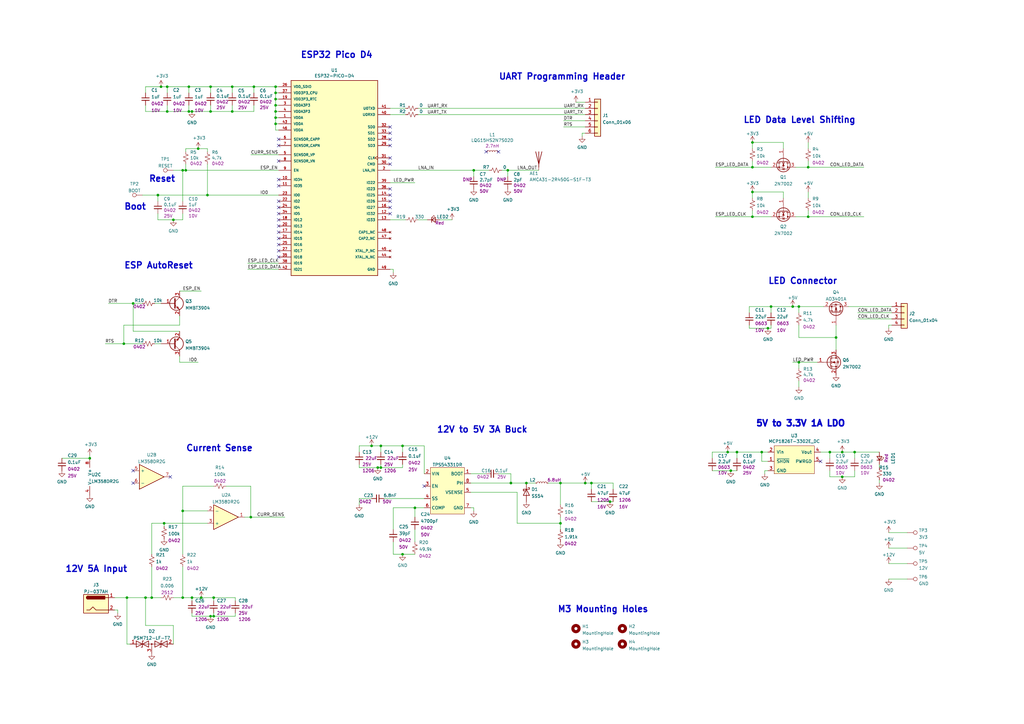
<source format=kicad_sch>
(kicad_sch (version 20211123) (generator eeschema)
  (paper "A3")
  (title_block (title "LightsAuxiliary") (rev "C") (comment 1 "Aaron Nguyen"))
  (junction (at 95.25 35.56))
  (junction (at 113.03 40.64))
  (junction (at 154.94 191.77))
  (junction (at 331.47 88.9))
  (junction (at 299.72 193.04))
  (junction (at 71.12 90.17))
  (junction (at 82.55 245.11))
  (junction (at 331.47 68.58))
  (junction (at 66.04 35.56))
  (junction (at 194.31 69.85))
  (junction (at 62.23 245.11))
  (junction (at 327.66 148.59))
  (junction (at 85.09 80.01))
  (junction (at 87.63 245.11))
  (junction (at 76.2 69.85))
  (junction (at 54.61 124.46))
  (junction (at 229.87 214.63))
  (junction (at 77.47 35.56))
  (junction (at 340.36 185.42))
  (junction (at 298.45 185.42))
  (junction (at 312.42 185.42))
  (junction (at 81.28 60.96))
  (junction (at 208.28 69.85))
  (junction (at 68.58 35.56))
  (junction (at 113.03 35.56))
  (junction (at 104.14 35.56))
  (junction (at 209.55 198.12))
  (junction (at 350.52 185.42))
  (junction (at 152.4 182.88))
  (junction (at 95.25 45.72))
  (junction (at 78.74 45.72))
  (junction (at 59.69 245.11))
  (junction (at 86.36 35.56))
  (junction (at 327.66 125.73))
  (junction (at 342.9 138.43))
  (junction (at 156.21 191.77))
  (junction (at 170.18 208.28))
  (junction (at 74.93 245.11))
  (junction (at 86.36 252.73))
  (junction (at 102.87 212.09))
  (junction (at 52.07 245.11))
  (junction (at 165.1 182.88))
  (junction (at 113.03 48.26))
  (junction (at 345.44 185.42))
  (junction (at 314.96 134.62))
  (junction (at 67.31 214.63))
  (junction (at 36.83 187.96))
  (junction (at 87.63 252.73))
  (junction (at 156.21 182.88))
  (junction (at 64.77 80.01))
  (junction (at 165.1 227.33))
  (junction (at 242.57 198.12))
  (junction (at 74.93 209.55))
  (junction (at 78.74 245.11))
  (junction (at 113.03 43.18))
  (junction (at 308.61 88.9))
  (junction (at 308.61 78.74))
  (junction (at 308.61 68.58))
  (junction (at 316.23 125.73))
  (junction (at 113.03 50.8))
  (junction (at 308.61 58.42))
  (junction (at 215.9 198.12))
  (junction (at 50.8 140.97))
  (junction (at 325.12 125.73))
  (junction (at 77.47 45.72))
  (junction (at 68.58 45.72))
  (junction (at 250.19 205.74))
  (junction (at 229.87 198.12))
  (junction (at 86.36 45.72))
  (junction (at 345.44 195.58))
  (junction (at 113.03 38.1))
  (junction (at 113.03 45.72))
  (junction (at 302.26 185.42))
  (junction (at 240.03 198.12))
  (junction (at 74.93 69.85))
  (no_connect (at 114.3 102.87))
  (no_connect (at 114.3 87.63))
  (no_connect (at 114.3 97.79))
  (no_connect (at 199.39 62.23))
  (no_connect (at 54.61 193.04))
  (no_connect (at 160.02 64.77))
  (no_connect (at 114.3 105.41))
  (no_connect (at 114.3 85.09))
  (no_connect (at 114.3 100.33))
  (no_connect (at 160.02 87.63))
  (no_connect (at 160.02 82.55))
  (no_connect (at 160.02 54.61))
  (no_connect (at 160.02 77.47))
  (no_connect (at 114.3 57.15))
  (no_connect (at 160.02 57.15))
  (no_connect (at 160.02 67.31))
  (no_connect (at 160.02 59.69))
  (no_connect (at 54.61 198.12))
  (no_connect (at 114.3 66.04))
  (no_connect (at 160.02 52.07))
  (no_connect (at 204.47 62.23))
  (no_connect (at 160.02 85.09))
  (no_connect (at 160.02 80.01))
  (no_connect (at 114.3 59.69))
  (no_connect (at 114.3 95.25))
  (no_connect (at 114.3 73.66))
  (no_connect (at 114.3 92.71))
  (no_connect (at 114.3 90.17))
  (no_connect (at 114.3 76.2))
  (no_connect (at 69.85 195.58))
  (no_connect (at 114.3 82.55))
  (no_connect (at 336.55 189.23))
  (no_connect (at 173.99 199.39))
  (wire (pts (xy 165.1 227.33) (xy 170.18 227.33)))
  (wire (pts (xy 113.03 35.56) (xy 114.3 35.56)))
  (wire (pts (xy 160.02 46.99) (xy 166.37 46.99)))
  (wire (pts (xy 316.23 125.73) (xy 325.12 125.73)))
  (wire (pts (xy 193.04 198.12) (xy 209.55 198.12)))
  (wire (pts (xy 250.19 205.74) (xy 251.46 205.74)))
  (wire (pts (xy 327.66 125.73) (xy 337.82 125.73)))
  (wire (pts (xy 160.02 110.49) (xy 161.29 110.49)))
  (wire (pts (xy 347.98 125.73) (xy 365.76 125.73)))
  (wire (pts (xy 331.47 68.58) (xy 331.47 66.04)))
  (wire (pts (xy 54.61 124.46) (xy 58.42 124.46)))
  (wire (pts (xy 307.34 134.62) (xy 314.96 134.62)))
  (wire (pts (xy 165.1 182.88) (xy 165.1 185.42)))
  (wire (pts (xy 350.52 185.42) (xy 350.52 187.96)))
  (wire (pts (xy 308.61 86.36) (xy 308.61 88.9)))
  (wire (pts (xy 156.21 182.88) (xy 156.21 185.42)))
  (wire (pts (xy 298.45 185.42) (xy 302.26 185.42)))
  (wire (pts (xy 78.74 251.46) (xy 78.74 252.73)))
  (wire (pts (xy 71.12 245.11) (xy 74.93 245.11)))
  (wire (pts (xy 113.03 43.18) (xy 113.03 45.72)))
  (wire (pts (xy 76.2 67.31) (xy 76.2 69.85)))
  (wire (pts (xy 100.33 212.09) (xy 102.87 212.09)))
  (wire (pts (xy 68.58 43.18) (xy 68.58 45.72)))
  (wire (pts (xy 316.23 128.27) (xy 316.23 125.73)))
  (wire (pts (xy 73.66 119.38) (xy 82.55 119.38)))
  (wire (pts (xy 113.03 40.64) (xy 113.03 43.18)))
  (wire (pts (xy 302.26 185.42) (xy 302.26 187.96)))
  (wire (pts (xy 308.61 58.42) (xy 321.31 58.42)))
  (wire (pts (xy 73.66 146.05) (xy 73.66 148.59)))
  (wire (pts (xy 59.69 43.18) (xy 59.69 45.72)))
  (wire (pts (xy 351.79 130.81) (xy 365.76 130.81)))
  (wire (pts (xy 170.18 208.28) (xy 161.29 208.28)))
  (wire (pts (xy 170.18 208.28) (xy 170.18 212.09)))
  (wire (pts (xy 326.39 68.58) (xy 331.47 68.58)))
  (wire (pts (xy 95.25 45.72) (xy 104.14 45.72)))
  (wire (pts (xy 293.37 88.9) (xy 308.61 88.9)))
  (wire (pts (xy 77.47 45.72) (xy 78.74 45.72)))
  (wire (pts (xy 102.87 63.5) (xy 114.3 63.5)))
  (wire (pts (xy 313.69 194.31) (xy 313.69 193.04)))
  (wire (pts (xy 95.25 43.18) (xy 95.25 45.72)))
  (wire (pts (xy 50.8 133.35) (xy 73.66 133.35)))
  (wire (pts (xy 77.47 38.1) (xy 77.47 35.56)))
  (wire (pts (xy 63.5 140.97) (xy 66.04 140.97)))
  (wire (pts (xy 308.61 78.74) (xy 308.61 81.28)))
  (wire (pts (xy 307.34 133.35) (xy 307.34 134.62)))
  (wire (pts (xy 74.93 209.55) (xy 74.93 199.39)))
  (wire (pts (xy 104.14 35.56) (xy 104.14 38.1)))
  (wire (pts (xy 212.09 201.93) (xy 193.04 201.93)))
  (wire (pts (xy 147.32 190.5) (xy 147.32 191.77)))
  (wire (pts (xy 87.63 245.11) (xy 87.63 246.38)))
  (wire (pts (xy 86.36 35.56) (xy 95.25 35.56)))
  (wire (pts (xy 59.69 45.72) (xy 68.58 45.72)))
  (wire (pts (xy 180.34 90.17) (xy 185.42 90.17)))
  (wire (pts (xy 321.31 58.42) (xy 321.31 60.96)))
  (wire (pts (xy 147.32 204.47) (xy 147.32 207.01)))
  (wire (pts (xy 58.42 80.01) (xy 64.77 80.01)))
  (wire (pts (xy 350.52 195.58) (xy 350.52 193.04)))
  (wire (pts (xy 78.74 252.73) (xy 86.36 252.73)))
  (wire (pts (xy 345.44 185.42) (xy 350.52 185.42)))
  (wire (pts (xy 104.14 35.56) (xy 113.03 35.56)))
  (wire (pts (xy 95.25 38.1) (xy 95.25 35.56)))
  (wire (pts (xy 85.09 60.96) (xy 81.28 60.96)))
  (wire (pts (xy 114.3 38.1) (xy 113.03 38.1)))
  (wire (pts (xy 74.93 209.55) (xy 85.09 209.55)))
  (wire (pts (xy 160.02 74.93) (xy 170.18 74.93)))
  (wire (pts (xy 113.03 35.56) (xy 113.03 38.1)))
  (wire (pts (xy 238.76 54.61) (xy 240.03 54.61)))
  (wire (pts (xy 113.03 38.1) (xy 113.03 40.64)))
  (wire (pts (xy 59.69 38.1) (xy 59.69 35.56)))
  (wire (pts (xy 76.2 60.96) (xy 76.2 62.23)))
  (wire (pts (xy 43.18 140.97) (xy 50.8 140.97)))
  (wire (pts (xy 327.66 138.43) (xy 342.9 138.43)))
  (wire (pts (xy 160.02 44.45) (xy 166.37 44.45)))
  (wire (pts (xy 86.36 43.18) (xy 86.36 45.72)))
  (wire (pts (xy 25.4 187.96) (xy 36.83 187.96)))
  (wire (pts (xy 229.87 214.63) (xy 212.09 214.63)))
  (wire (pts (xy 325.12 148.59) (xy 327.66 148.59)))
  (wire (pts (xy 242.57 205.74) (xy 250.19 205.74)))
  (wire (pts (xy 74.93 227.33) (xy 74.93 209.55)))
  (wire (pts (xy 160.02 69.85) (xy 194.31 69.85)))
  (wire (pts (xy 102.87 199.39) (xy 102.87 212.09)))
  (wire (pts (xy 345.44 195.58) (xy 350.52 195.58)))
  (wire (pts (xy 308.61 68.58) (xy 316.23 68.58)))
  (wire (pts (xy 360.68 191.77) (xy 360.68 190.5)))
  (wire (pts (xy 156.21 182.88) (xy 165.1 182.88)))
  (wire (pts (xy 68.58 45.72) (xy 77.47 45.72)))
  (wire (pts (xy 86.36 38.1) (xy 86.36 35.56)))
  (wire (pts (xy 327.66 151.13) (xy 327.66 148.59)))
  (wire (pts (xy 229.87 198.12) (xy 229.87 207.01)))
  (wire (pts (xy 62.23 214.63) (xy 67.31 214.63)))
  (wire (pts (xy 147.32 191.77) (xy 154.94 191.77)))
  (wire (pts (xy 81.28 60.96) (xy 76.2 60.96)))
  (wire (pts (xy 74.93 82.55) (xy 74.93 69.85)))
  (wire (pts (xy 64.77 87.63) (xy 64.77 90.17)))
  (wire (pts (xy 327.66 125.73) (xy 327.66 128.27)))
  (wire (pts (xy 326.39 88.9) (xy 331.47 88.9)))
  (wire (pts (xy 360.68 196.85) (xy 360.68 198.12)))
  (wire (pts (xy 331.47 88.9) (xy 331.47 86.36)))
  (wire (pts (xy 364.49 224.79) (xy 372.11 224.79)))
  (wire (pts (xy 114.3 40.64) (xy 113.03 40.64)))
  (wire (pts (xy 74.93 69.85) (xy 71.12 69.85)))
  (wire (pts (xy 50.8 140.97) (xy 58.42 140.97)))
  (wire (pts (xy 64.77 90.17) (xy 71.12 90.17)))
  (wire (pts (xy 299.72 193.04) (xy 302.26 193.04)))
  (wire (pts (xy 71.12 256.54) (xy 59.69 256.54)))
  (wire (pts (xy 171.45 90.17) (xy 175.26 90.17)))
  (wire (pts (xy 171.45 44.45) (xy 240.03 44.45)))
  (wire (pts (xy 165.1 190.5) (xy 165.1 191.77)))
  (wire (pts (xy 87.63 252.73) (xy 96.52 252.73)))
  (wire (pts (xy 364.49 133.35) (xy 365.76 133.35)))
  (wire (pts (xy 48.26 250.19) (xy 48.26 251.46)))
  (wire (pts (xy 52.07 245.11) (xy 52.07 264.16)))
  (wire (pts (xy 113.03 50.8) (xy 113.03 53.34)))
  (wire (pts (xy 331.47 68.58) (xy 354.33 68.58)))
  (wire (pts (xy 36.83 186.69) (xy 36.83 187.96)))
  (wire (pts (xy 113.03 48.26) (xy 113.03 50.8)))
  (wire (pts (xy 77.47 43.18) (xy 77.47 45.72)))
  (wire (pts (xy 62.23 232.41) (xy 62.23 245.11)))
  (wire (pts (xy 101.6 107.95) (xy 114.3 107.95)))
  (wire (pts (xy 63.5 124.46) (xy 66.04 124.46)))
  (wire (pts (xy 321.31 78.74) (xy 321.31 81.28)))
  (wire (pts (xy 85.09 80.01) (xy 114.3 80.01)))
  (wire (pts (xy 114.3 43.18) (xy 113.03 43.18)))
  (wire (pts (xy 327.66 148.59) (xy 335.28 148.59)))
  (wire (pts (xy 308.61 66.04) (xy 308.61 68.58)))
  (wire (pts (xy 156.21 190.5) (xy 156.21 191.77)))
  (wire (pts (xy 161.29 227.33) (xy 165.1 227.33)))
  (wire (pts (xy 67.31 214.63) (xy 85.09 214.63)))
  (wire (pts (xy 50.8 133.35) (xy 50.8 140.97)))
  (wire (pts (xy 308.61 88.9) (xy 316.23 88.9)))
  (wire (pts (xy 78.74 45.72) (xy 86.36 45.72)))
  (wire (pts (xy 68.58 35.56) (xy 77.47 35.56)))
  (wire (pts (xy 242.57 198.12) (xy 251.46 198.12)))
  (wire (pts (xy 161.29 110.49) (xy 161.29 111.76)))
  (wire (pts (xy 46.99 245.11) (xy 52.07 245.11)))
  (wire (pts (xy 231.14 52.07) (xy 240.03 52.07)))
  (wire (pts (xy 229.87 214.63) (xy 229.87 217.17)))
  (wire (pts (xy 157.48 204.47) (xy 173.99 204.47)))
  (wire (pts (xy 154.94 191.77) (xy 156.21 191.77)))
  (wire (pts (xy 74.93 90.17) (xy 74.93 87.63)))
  (wire (pts (xy 165.1 182.88) (xy 173.99 182.88)))
  (wire (pts (xy 92.71 199.39) (xy 102.87 199.39)))
  (wire (pts (xy 364.49 218.44) (xy 372.11 218.44)))
  (wire (pts (xy 78.74 245.11) (xy 78.74 246.38)))
  (wire (pts (xy 147.32 182.88) (xy 152.4 182.88)))
  (wire (pts (xy 327.66 156.21) (xy 327.66 158.75)))
  (wire (pts (xy 68.58 38.1) (xy 68.58 35.56)))
  (wire (pts (xy 76.2 69.85) (xy 74.93 69.85)))
  (wire (pts (xy 193.04 208.28) (xy 194.31 208.28)))
  (wire (pts (xy 238.76 55.88) (xy 238.76 54.61)))
  (wire (pts (xy 229.87 212.09) (xy 229.87 214.63)))
  (wire (pts (xy 156.21 191.77) (xy 165.1 191.77)))
  (wire (pts (xy 325.12 125.73) (xy 327.66 125.73)))
  (wire (pts (xy 114.3 50.8) (xy 113.03 50.8)))
  (wire (pts (xy 194.31 72.39) (xy 194.31 69.85)))
  (wire (pts (xy 240.03 198.12) (xy 242.57 198.12)))
  (wire (pts (xy 52.07 245.11) (xy 59.69 245.11)))
  (wire (pts (xy 312.42 189.23) (xy 312.42 185.42)))
  (wire (pts (xy 152.4 182.88) (xy 156.21 182.88)))
  (wire (pts (xy 208.28 69.85) (xy 220.98 69.85)))
  (wire (pts (xy 204.47 194.31) (xy 209.55 194.31)))
  (wire (pts (xy 194.31 69.85) (xy 200.66 69.85)))
  (wire (pts (xy 313.69 193.04) (xy 314.96 193.04)))
  (wire (pts (xy 87.63 251.46) (xy 87.63 252.73)))
  (wire (pts (xy 71.12 264.16) (xy 71.12 256.54)))
  (wire (pts (xy 74.93 245.11) (xy 78.74 245.11)))
  (wire (pts (xy 74.93 199.39) (xy 87.63 199.39)))
  (wire (pts (xy 307.34 125.73) (xy 316.23 125.73)))
  (wire (pts (xy 364.49 231.14) (xy 372.11 231.14)))
  (wire (pts (xy 336.55 185.42) (xy 340.36 185.42)))
  (wire (pts (xy 114.3 45.72) (xy 113.03 45.72)))
  (wire (pts (xy 224.79 198.12) (xy 229.87 198.12)))
  (wire (pts (xy 308.61 78.74) (xy 321.31 78.74)))
  (wire (pts (xy 231.14 49.53) (xy 240.03 49.53)))
  (wire (pts (xy 101.6 110.49) (xy 114.3 110.49)))
  (wire (pts (xy 152.4 204.47) (xy 147.32 204.47)))
  (wire (pts (xy 161.29 208.28) (xy 161.29 217.17)))
  (wire (pts (xy 73.66 129.54) (xy 73.66 133.35)))
  (wire (pts (xy 86.36 45.72) (xy 95.25 45.72)))
  (wire (pts (xy 208.28 72.39) (xy 208.28 69.85)))
  (wire (pts (xy 331.47 58.42) (xy 331.47 60.96)))
  (wire (pts (xy 331.47 88.9) (xy 354.33 88.9)))
  (wire (pts (xy 215.9 198.12) (xy 219.71 198.12)))
  (wire (pts (xy 209.55 198.12) (xy 215.9 198.12)))
  (wire (pts (xy 209.55 194.31) (xy 209.55 198.12)))
  (wire (pts (xy 316.23 134.62) (xy 314.96 134.62)))
  (wire (pts (xy 236.22 41.91) (xy 240.03 41.91)))
  (wire (pts (xy 351.79 128.27) (xy 365.76 128.27)))
  (wire (pts (xy 331.47 78.74) (xy 331.47 81.28)))
  (wire (pts (xy 229.87 198.12) (xy 240.03 198.12)))
  (wire (pts (xy 302.26 185.42) (xy 312.42 185.42)))
  (wire (pts (xy 340.36 187.96) (xy 340.36 185.42)))
  (wire (pts (xy 340.36 193.04) (xy 340.36 195.58)))
  (wire (pts (xy 74.93 232.41) (xy 74.93 245.11)))
  (wire (pts (xy 364.49 237.49) (xy 372.11 237.49)))
  (wire (pts (xy 327.66 133.35) (xy 327.66 138.43)))
  (wire (pts (xy 46.99 250.19) (xy 48.26 250.19)))
  (wire (pts (xy 78.74 245.11) (xy 82.55 245.11)))
  (wire (pts (xy 314.96 189.23) (xy 312.42 189.23)))
  (wire (pts (xy 242.57 198.12) (xy 242.57 200.66)))
  (wire (pts (xy 160.02 90.17) (xy 166.37 90.17)))
  (wire (pts (xy 307.34 125.73) (xy 307.34 128.27)))
  (wire (pts (xy 342.9 138.43) (xy 342.9 143.51)))
  (wire (pts (xy 104.14 45.72) (xy 104.14 43.18)))
  (wire (pts (xy 85.09 62.23) (xy 85.09 60.96)))
  (wire (pts (xy 312.42 185.42) (xy 314.96 185.42)))
  (wire (pts (xy 114.3 53.34) (xy 113.03 53.34)))
  (wire (pts (xy 54.61 135.89) (xy 54.61 124.46)))
  (wire (pts (xy 292.1 187.96) (xy 292.1 185.42)))
  (wire (pts (xy 62.23 227.33) (xy 62.23 214.63)))
  (wire (pts (xy 350.52 185.42) (xy 360.68 185.42)))
  (wire (pts (xy 96.52 245.11) (xy 96.52 246.38)))
  (wire (pts (xy 340.36 195.58) (xy 345.44 195.58)))
  (wire (pts (xy 82.55 245.11) (xy 87.63 245.11)))
  (wire (pts (xy 147.32 185.42) (xy 147.32 182.88)))
  (wire (pts (xy 114.3 48.26) (xy 113.03 48.26)))
  (wire (pts (xy 59.69 35.56) (xy 66.04 35.56)))
  (wire (pts (xy 170.18 217.17) (xy 170.18 222.25)))
  (wire (pts (xy 316.23 133.35) (xy 316.23 134.62)))
  (wire (pts (xy 85.09 67.31) (xy 85.09 80.01)))
  (wire (pts (xy 173.99 208.28) (xy 170.18 208.28)))
  (wire (pts (xy 308.61 58.42) (xy 308.61 60.96)))
  (wire (pts (xy 64.77 80.01) (xy 85.09 80.01)))
  (wire (pts (xy 251.46 198.12) (xy 251.46 200.66)))
  (wire (pts (xy 59.69 245.11) (xy 59.69 256.54)))
  (wire (pts (xy 102.87 212.09) (xy 116.84 212.09)))
  (wire (pts (xy 64.77 82.55) (xy 64.77 80.01)))
  (wire (pts (xy 67.31 214.63) (xy 67.31 215.9)))
  (wire (pts (xy 113.03 45.72) (xy 113.03 48.26)))
  (wire (pts (xy 161.29 222.25) (xy 161.29 227.33)))
  (wire (pts (xy 194.31 208.28) (xy 194.31 209.55)))
  (wire (pts (xy 293.37 68.58) (xy 308.61 68.58)))
  (wire (pts (xy 173.99 182.88) (xy 173.99 194.31)))
  (wire (pts (xy 73.66 148.59) (xy 81.28 148.59)))
  (wire (pts (xy 54.61 135.89) (xy 73.66 135.89)))
  (wire (pts (xy 77.47 35.56) (xy 86.36 35.56)))
  (wire (pts (xy 95.25 35.56) (xy 104.14 35.56)))
  (wire (pts (xy 340.36 185.42) (xy 345.44 185.42)))
  (wire (pts (xy 292.1 193.04) (xy 299.72 193.04)))
  (wire (pts (xy 87.63 245.11) (xy 96.52 245.11)))
  (wire (pts (xy 53.34 264.16) (xy 52.07 264.16)))
  (wire (pts (xy 76.2 69.85) (xy 114.3 69.85)))
  (wire (pts (xy 193.04 194.31) (xy 199.39 194.31)))
  (wire (pts (xy 342.9 133.35) (xy 342.9 138.43)))
  (wire (pts (xy 292.1 185.42) (xy 298.45 185.42)))
  (wire (pts (xy 171.45 46.99) (xy 240.03 46.99)))
  (wire (pts (xy 66.04 35.56) (xy 68.58 35.56)))
  (wire (pts (xy 364.49 134.62) (xy 364.49 133.35)))
  (wire (pts (xy 86.36 252.73) (xy 87.63 252.73)))
  (wire (pts (xy 62.23 245.11) (xy 66.04 245.11)))
  (wire (pts (xy 212.09 214.63) (xy 212.09 201.93)))
  (wire (pts (xy 44.45 124.46) (xy 54.61 124.46)))
  (wire (pts (xy 208.28 69.85) (xy 205.74 69.85)))
  (wire (pts (xy 59.69 245.11) (xy 62.23 245.11)))
  (wire (pts (xy 71.12 90.17) (xy 74.93 90.17)))
  (wire (pts (xy 96.52 252.73) (xy 96.52 251.46)))
  (text "Reset" (at 60.96 74.93 0) (effects (font (size 2.54 2.54) (thickness 0.508) bold) (justify left bottom)))
  (text "5V to 3.3V 1A LDO" (at 309.88 175.26 0) (effects (font (size 2.54 2.54) (thickness 1.016) bold) (justify left bottom)))
  (text "LED Connector" (at 314.96 116.84 0) (effects (font (size 2.54 2.54) (thickness 0.508) bold) (justify left bottom)))
  (text "Boot" (at 50.8 86.36 0) (effects (font (size 2.54 2.54) (thickness 0.508) bold) (justify left bottom)))
  (text "12V to 5V 3A Buck" (at 179.07 177.8 0) (effects (font (size 2.54 2.54) (thickness 0.508) bold) (justify left bottom)))
  (text "ESP AutoReset" (at 50.8 110.49 0) (effects (font (size 2.54 2.54) (thickness 0.508) bold) (justify left bottom)))
  (text "LED Data Level Shifting" (at 304.8 50.8 0) (effects (font (size 2.54 2.54) (thickness 0.508) bold) (justify left bottom)))
  (text "M3 Mounting Holes" (at 228.6 251.46 0) (effects (font (size 2.54 2.54) (thickness 0.508) bold) (justify left bottom)))
  (text "UART Programming Header" (at 204.47 33.02 0) (effects (font (size 2.54 2.54) (thickness 0.508) bold) (justify left bottom)))
  (text "Current Sense" (at 76.2 185.42 0) (effects (font (size 2.54 2.54) (thickness 0.508) bold) (justify left bottom)))
  (text "12V 5A Input" (at 26.67 234.95 0) (effects (font (size 2.54 2.54) (thickness 0.508) bold) (justify left bottom)))
  (text "ESP32 Pico D4" (at 123.19 24.13 0) (effects (font (size 2.54 2.54) (thickness 0.508) bold) (justify left bottom)))
  (label "RTS" (at 231.14 52.07 0))
  (label "LED_PWR" (at 161.29 74.93 0))
  (label "CON_LED_DATA" (at 351.79 128.27 0))
  (label "UART_RX" (at 231.14 44.45 0))
  (label "ESP_LED_DATA" (at 293.37 68.58 0))
  (label "ESP_EN" (at 74.93 119.38 0))
  (label "UART_TX" (at 231.14 46.99 0))
  (label "DTR" (at 44.45 124.46 0))
  (label "CON_LED_DATA" (at 340.36 68.58 0))
  (label "IO0" (at 77.47 148.59 0))
  (label "CON_LED_CLK" (at 351.79 130.81 0))
  (label "ESP_LED_CLK" (at 101.6 107.95 0))
  (label "CURR_SENS" (at 105.41 212.09 0))
  (label "LNA_OUT" (at 212.09 69.85 0))
  (label "DTR" (at 231.14 49.53 0))
  (label "UART_TX" (at 175.26 46.99 0))
  (label "ESP_EN" (at 106.68 69.85 0))
  (label "CON_LED_CLK" (at 340.36 88.9 0))
  (label "LED_PWR" (at 325.12 148.59 0))
  (label "IO0" (at 106.68 80.01 0))
  (label "RTS" (at 43.18 140.97 0))
  (label "ESP_LED_CLK" (at 293.37 88.9 0))
  (label "UART_RX" (at 175.26 44.45 0))
  (label "ESP_LED_DATA" (at 101.6 110.49 0))
  (label "LNA_IN" (at 171.45 69.85 0))
  (label "CURR_SENS" (at 102.87 63.5 0))
  (symbol (lib_id "power:+3.3V") (at 81.28 60.96 0) (unit 1)
    (property "Reference" "#PWR07" (effects hide))
    (property "Value" "+3.3V" (at 81.661 56.5658 0))
  )
  (symbol (lib_id "personal_diode:SS54") (at 215.9 201.93 270) (unit 1)
    (property "Reference" "D1" (at 217.932 200.704 90) (effects (justify left)))
    (property "Value" "SS54" (at 217.932 203.4791 90) (effects (justify left)))
    (property "Footprint" "Diode_SMD:D_SMA" (effects hide))
    (property "Datasheet" "https://datasheet.lcsc.com/lcsc/1810192041_MDD-Microdiode-Electronics--SS54_C22452.pdf" (effects hide))
    (property "Manufacturer" "JLCPCB" (effects hide))
    (property "Part Number" "C22452" (effects hide))
  )
  (symbol (lib_id "power:GND") (at 250.19 205.74 0) (unit 1)
    (property "Reference" "#PWR030" (effects hide))
    (property "Value" "GND" (at 250.19 210.3025 0))
  )
  (symbol (lib_id "personal_diode:PSM712-LF-T7") (at 62.23 264.16 0) (unit 1)
    (property "Reference" "D2" (at 62.23 258.9235 0))
    (property "Value" "PSM712-LF-T7" (at 62.23 261.6986 0))
    (property "Footprint" "Package_TO_SOT_SMD:SOT-23" (effects hide))
    (property "Datasheet" "https://datasheet.lcsc.com/lcsc/1811061632_ProTek-Devices-PSM712-LF-T7_C32677.pdf" (effects hide))
    (property "Manufacturer" "JLCPCB" (effects hide))
    (property "Part Number" "C32677" (effects hide))
  )
  (symbol (lib_id "personal_capacitors:1uF") (at 77.47 40.64 0) (unit 1)
    (property "Reference" "C3" (at 79.7941 36.9627 0) (effects (justify left)))
    (property "Value" "1uF" (at 79.7941 39.7378 0) (effects (justify left)))
    (property "Footprint" "Capacitor_SMD:C_0402_1005Metric" (effects hide))
    (property "Manufacturer" "Samsung Electro-Mechanics" (effects hide))
    (property "Part Number" "1276-1076-1-ND" (effects hide))
    (property "Size" "0402" (at 79.7941 42.5129 0) (effects (justify left)))
    (property "Voltage" "10V" (at 79.7941 45.288 0) (effects (justify left)))
  )
  (symbol (lib_id "personal_ldo:MCP1826T-3302E_DC") (at 326.39 187.96 0) (unit 1)
    (property "Reference" "U3" (at 325.755 178.689 0))
    (property "Value" "MCP1826T-3302E_DC" (at 325.755 181.0004 0))
    (property "Footprint" "Package_TO_SOT_SMD:SOT-223-6_TabPin3" (effects hide))
    (property "Datasheet" "https://ww1.microchip.com/downloads/en/DeviceDoc/22057B.pdf" (effects hide))
    (property "Manufacturer" "Microchip Technology" (effects hide))
    (property "Part Number" "Ologic" (effects hide))
  )
  (symbol (lib_id "personal_resistors:10k") (at 331.47 83.82 0) (unit 1)
    (property "Reference" "R9" (at 333.121 81.5239 0) (effects (justify left)))
    (property "Value" "10k" (at 333.121 84.299 0) (effects (justify left)))
    (property "Footprint" "Resistor_SMD:R_0402_1005Metric" (effects hide))
    (property "Manufacturer" "Stackpole Electronics Inc" (effects hide))
    (property "Part Number" "RMCF0402FT10K0CT-ND" (effects hide))
    (property "Size" "0402" (at 333.121 87.0741 0) (effects (justify left)))
  )
  (symbol (lib_id "power:GND") (at 147.32 207.01 0) (unit 1)
    (property "Reference" "#PWR032" (effects hide))
    (property "Value" "GND" (at 147.32 211.5725 0))
  )
  (symbol (lib_id "power:+12V") (at 364.49 231.14 0) (unit 1)
    (property "Reference" "#PWR044" (effects hide))
    (property "Value" "+12V" (at 364.49 227.5355 0))
  )
  (symbol (lib_id "power:+5V") (at 298.45 185.42 0) (unit 1)
    (property "Reference" "#PWR024" (effects hide))
    (property "Value" "+5V" (at 298.45 181.8155 0))
  )
  (symbol (lib_id "personal_fets:2N7002") (at 340.36 148.59 0) (unit 1)
    (property "Reference" "Q6" (at 345.567 147.6815 0) (effects (justify left)))
    (property "Value" "2N7002" (at 345.567 150.4566 0) (effects (justify left)))
    (property "Footprint" "Package_TO_SOT_SMD:SOT-23" (effects hide))
    (property "Datasheet" "https://datasheet.lcsc.com/lcsc/1810151612_Changjiang-Electronics-Tech--CJ-2N7002_C8545.pdf" (effects hide))
    (property "Manufacturer" "Changjiang Electronics Tech (CJ)" (effects hide))
    (property "Part Number" "C8545" (effects hide))
    (property "JLC Part Number" "C8545" (effects hide))
  )
  (symbol (lib_id "personal_capacitors:0.1uF") (at 64.77 85.09 0) (unit 1)
    (property "Reference" "C9" (at 67.1068 81.6102 0) (effects (justify left)))
    (property "Value" "0.1uF" (at 67.1068 83.9216 0) (effects (justify left)))
    (property "Footprint" "Capacitor_SMD:C_0402_1005Metric" (effects hide))
    (property "Manufacturer" "Samsung Electro-Mechanics" (effects hide))
    (property "Part Number" "1276-1043-1-ND" (effects hide))
    (property "Size" "0402" (at 67.1068 86.233 0) (effects (justify left)))
    (property "Voltage" "25V" (at 67.1068 88.5444 0) (effects (justify left)))
  )
  (symbol (lib_id "personal_resistors:100k") (at 90.17 199.39 90) (unit 1)
    (property "Reference" "R14" (at 90.17 191.7593 90))
    (property "Value" "100k" (at 90.17 194.5344 90))
    (property "Footprint" "Resistor_SMD:R_0402_1005Metric" (effects hide))
    (property "Manufacturer" "Delta Electronics/Cyntec" (effects hide))
    (property "Part Number" "2037-PFR05S-104-FNHCT-ND" (effects hide))
    (property "Size" "0402" (at 90.17 197.3095 90))
  )
  (symbol (lib_id "personal_capacitors:0.1uF") (at 302.26 190.5 0) (unit 1)
    (property "Reference" "C18" (at 304.5968 187.0202 0) (effects (justify left)))
    (property "Value" "0.1uF" (at 304.5968 189.3316 0) (effects (justify left)))
    (property "Footprint" "Capacitor_SMD:C_0402_1005Metric" (effects hide))
    (property "Manufacturer" "Samsung Electro-Mechanics" (effects hide))
    (property "Part Number" "1276-1043-1-ND" (effects hide))
    (property "Size" "0402" (at 304.5968 191.643 0) (effects (justify left)))
    (property "Voltage" "25V" (at 304.5968 193.9544 0) (effects (justify left)))
  )
  (symbol (lib_id "personal:TestPoint") (at 372.11 218.44 270) (unit 1) (in_bom no)
    (property "Reference" "TP3" (at 376.809 217.5315 90) (effects (justify left)))
    (property "Value" "3V3" (at 376.809 220.3066 90) (effects (justify left)))
    (property "Footprint" "personal:CurrentTestPoint" (effects hide))
  )
  (symbol (lib_id "personal:TestPoint") (at 372.11 231.14 270) (unit 1) (in_bom no)
    (property "Reference" "TP5" (at 376.809 230.2315 90) (effects (justify left)))
    (property "Value" "12V" (at 376.809 233.0066 90) (effects (justify left)))
    (property "Footprint" "personal:CurrentTestPoint" (effects hide))
  )
  (symbol (lib_id "personal_resistors:1k") (at 62.23 229.87 0) (unit 1)
    (property "Reference" "R21" (at 63.881 227.5739 0) (effects (justify left)))
    (property "Value" "1k" (at 63.881 230.349 0) (effects (justify left)))
    (property "Footprint" "Resistor_SMD:R_0402_1005Metric" (effects hide))
    (property "Manufacturer" "Stackpole Electronics Inc" (effects hide))
    (property "Part Number" "RMCF0402FT1K00CT-ND" (effects hide))
    (property "Size" "0402" (at 63.881 233.1241 0) (effects (justify left)))
  )
  (symbol (lib_id "personal_capacitors:1uF") (at 59.69 40.64 0) (unit 1)
    (property "Reference" "C1" (at 62.0141 36.9627 0) (effects (justify left)))
    (property "Value" "1uF" (at 62.0141 39.7378 0) (effects (justify left)))
    (property "Footprint" "Capacitor_SMD:C_0402_1005Metric" (effects hide))
    (property "Manufacturer" "Samsung Electro-Mechanics" (effects hide))
    (property "Part Number" "1276-1076-1-ND" (effects hide))
    (property "Size" "0402" (at 62.0141 42.5129 0) (effects (justify left)))
    (property "Voltage" "10V" (at 62.0141 45.288 0) (effects (justify left)))
  )
  (symbol (lib_id "personal_leds:NCD0805R1") (at 177.8 90.17 0) (unit 1)
    (property "Reference" "LED2" (at 181.61 88.9 0))
    (property "Value" "NCD0805R1" (effects hide))
    (property "Footprint" "LED_SMD:LED_0805_2012Metric" (effects hide))
    (property "Datasheet" "https://fscdn.rohm.com/en/products/databook/datasheet/opto/led/chip_mono/sml-d12x1-e.pdf" (effects hide))
    (property "Manufacturer" "Foshan NationStar Optoelectronics" (effects hide))
    (property "Part Number" "C84256" (effects hide))
    (property "Color" "Red" (at 180.34 91.44 0))
  )
  (symbol (lib_id "personal_resistors:10k") (at 60.96 124.46 270) (unit 1)
    (property "Reference" "R10" (at 57.15 123.19 90))
    (property "Value" "10k" (at 64.77 123.19 90))
    (property "Footprint" "Resistor_SMD:R_0402_1005Metric" (effects hide))
    (property "Manufacturer" "Stackpole Electronics Inc" (effects hide))
    (property "Part Number" "RMCF0402FT10K0CT-ND" (effects hide))
    (property "Size" "0402" (at 57.15 125.73 90))
  )
  (symbol (lib_id "power:+3.3V") (at 66.04 35.56 0) (unit 1)
    (property "Reference" "#PWR01" (effects hide))
    (property "Value" "+3.3V" (at 66.421 31.1658 0))
  )
  (symbol (lib_id "power:GND") (at 313.69 194.31 0) (unit 1)
    (property "Reference" "#PWR031" (effects hide))
    (property "Value" "GND" (at 313.69 198.8725 0))
  )
  (symbol (lib_id "power:+3V3") (at 308.61 78.74 0) (unit 1)
    (property "Reference" "#PWR011" (effects hide))
    (property "Value" "+3V3" (at 308.61 75.1355 0))
  )
  (symbol (lib_id "power:+12V") (at 152.4 182.88 0) (unit 1)
    (property "Reference" "#PWR021" (effects hide))
    (property "Value" "+12V" (at 152.4 179.2755 0))
  )
  (symbol (lib_id "personal_resistors:1.91k") (at 229.87 219.71 0) (unit 1)
    (property "Reference" "R18" (at 231.521 217.4139 0) (effects (justify left)))
    (property "Value" "1.91k" (at 231.521 220.189 0) (effects (justify left)))
    (property "Footprint" "Resistor_SMD:R_0402_1005Metric" (effects hide))
    (property "Manufacturer" "Stackpole Electronics Inc" (effects hide))
    (property "Part Number" "RMCF0402FT1K91CT-ND" (effects hide))
    (property "Size" "0402" (at 231.521 222.9641 0) (effects (justify left)))
  )
  (symbol (lib_id "personal_inductors:LQG15HS2N7S02D") (at 201.93 62.23 90) (unit 1) (on_board no)
    (property "Reference" "L1" (at 201.93 55.245 90))
    (property "Value" "LQG15HS2N7S02D" (at 201.93 57.5564 90))
    (property "Footprint" "Inductor_SMD:L_0402_1005Metric" (effects hide))
    (property "Datasheet" "https://search.murata.co.jp/Ceramy/image/img/P02/JELF243B-0010.pdf" (effects hide))
    (property "Manufacturer" "Murata Electronics" (effects hide))
    (property "Part Number" "490-2615-1-ND" (effects hide))
    (property "Type" "2.7nH" (at 201.93 59.8678 90))
  )
  (symbol (lib_id "personal_connectors:PJ-037AH") (at 39.37 247.65 0) (unit 1)
    (property "Reference" "J3" (at 39.37 239.8735 0))
    (property "Value" "PJ-037AH" (at 39.37 242.6486 0))
    (property "Footprint" "personal:CUI_PJ-037AH" (effects hide))
    (property "Datasheet" "https://www.cuidevices.com/product/resource/pj-037ah.pdf" (effects hide))
    (property "Manufacturer" "CUI Devices" (effects hide))
    (property "Part Number" "PJ-037AH" (effects hide))
  )
  (symbol (lib_id "personal:TestPoint") (at 58.42 80.01 90) (unit 1) (in_bom no)
    (property "Reference" "TP2" (at 55.118 75.4085 90))
    (property "Value" "BOOT" (at 55.118 78.1836 90))
    (property "Footprint" "personal:CurrentTestPoint" (effects hide))
  )
  (symbol (lib_id "power:+5V") (at 240.03 198.12 0) (unit 1)
    (property "Reference" "#PWR026" (effects hide))
    (property "Value" "+5V" (at 240.03 194.5155 0))
  )
  (symbol (lib_id "personal_capacitors:2.7pF") (at 194.31 74.93 0) (unit 1) (in_bom no)
    (property "Reference" "C7" (at 196.6468 71.4502 0) (effects (justify left)))
    (property "Value" "2.7pF" (at 196.6468 73.7616 0) (effects (justify left)))
    (property "Footprint" "Capacitor_SMD:C_0402_1005Metric" (effects hide))
    (property "Manufacturer" "YAGEO" (effects hide))
    (property "Part Number" "311-1005-1-ND" (effects hide))
    (property "Size" "0402" (at 196.6468 76.073 0) (effects (justify left)))
    (property "Voltage" "50V" (at 196.6468 78.3844 0) (effects (justify left)))
    (property "DNP" "DNP" (at 191.77 73.66 0))
  )
  (symbol (lib_id "personal_bjt:MMBT3904") (at 71.12 124.46 0) (unit 1)
    (property "Reference" "Q3" (at 75.9714 123.5515 0) (effects (justify left)))
    (property "Value" "MMBT3904" (at 75.9714 126.3266 0) (effects (justify left)))
    (property "Footprint" "Package_TO_SOT_SMD:SOT-23" (effects hide))
    (property "Datasheet" "https://datasheet.lcsc.com/lcsc/1811011934_Changjiang-Electronics-Tech--CJ-MMBT3904_C20526.pdf" (effects hide))
    (property "Manufacturer" "Changjiang Electronics Tech (CJ)" (effects hide))
    (property "Part Number" "C20526" (effects hide))
  )
  (symbol (lib_id "personal:TestPoint") (at 372.11 237.49 270) (unit 1) (in_bom no)
    (property "Reference" "TP6" (at 376.809 236.5815 90) (effects (justify left)))
    (property "Value" "GND" (at 376.809 239.3566 90) (effects (justify left)))
    (property "Footprint" "personal:CurrentTestPoint" (effects hide))
  )
  (symbol (lib_id "personal_resistors:10k") (at 229.87 209.55 0) (unit 1)
    (property "Reference" "R16" (at 231.521 207.2539 0) (effects (justify left)))
    (property "Value" "10k" (at 231.521 210.029 0) (effects (justify left)))
    (property "Footprint" "Resistor_SMD:R_0402_1005Metric" (effects hide))
    (property "Manufacturer" "Stackpole Electronics Inc" (effects hide))
    (property "Part Number" "RMCF0402FT10K0CT-ND" (effects hide))
    (property "Size" "0402" (at 231.521 212.8041 0) (effects (justify left)))
  )
  (symbol (lib_id "power:GND") (at 86.36 252.73 0) (unit 1)
    (property "Reference" "#PWR042" (effects hide))
    (property "Value" "GND" (at 86.36 257.2925 0))
  )
  (symbol (lib_id "personal_resistors:10k") (at 308.61 83.82 0) (unit 1)
    (property "Reference" "R8" (at 310.261 81.5239 0) (effects (justify left)))
    (property "Value" "10k" (at 310.261 84.299 0) (effects (justify left)))
    (property "Footprint" "Resistor_SMD:R_0402_1005Metric" (effects hide))
    (property "Manufacturer" "Stackpole Electronics Inc" (effects hide))
    (property "Part Number" "RMCF0402FT10K0CT-ND" (effects hide))
    (property "Size" "0402" (at 310.261 87.0741 0) (effects (justify left)))
  )
  (symbol (lib_id "personal_capacitors:22uF_1206") (at 96.52 248.92 0) (unit 1)
    (property "Reference" "C28" (at 97.79 246.38 0) (effects (justify left)))
    (property "Value" "22uF_1206" (effects hide))
    (property "Footprint" "Capacitor_SMD:C_1206_3216Metric" (effects hide))
    (property "Manufacturer" "Samsung Electro-Mechanics" (effects hide))
    (property "Part Number" "1276-3047-1-ND" (effects hide))
    (property "Size" "1206" (at 97.79 254 0) (effects (justify left)))
    (property "Voltage" "25V" (at 97.79 251.46 0) (effects (justify left)))
    (property "CapValue" "22uF" (at 99.06 248.92 0) (effects (justify left)))
  )
  (symbol (lib_id "personal_capacitors:22uF_1206") (at 87.63 248.92 0) (unit 1)
    (property "Reference" "C27" (at 88.9 246.38 0) (effects (justify left)))
    (property "Value" "22uF_1206" (effects hide))
    (property "Footprint" "Capacitor_SMD:C_1206_3216Metric" (effects hide))
    (property "Manufacturer" "Samsung Electro-Mechanics" (effects hide))
    (property "Part Number" "1276-3047-1-ND" (effects hide))
    (property "Size" "1206" (at 88.9 254 0) (effects (justify left)))
    (property "Voltage" "25V" (at 88.9 251.46 0) (effects (justify left)))
    (property "CapValue" "22uF" (at 90.17 248.92 0) (effects (justify left)))
  )
  (symbol (lib_id "personal_capacitors:4700pF") (at 170.18 214.63 0) (unit 1)
    (property "Reference" "C24" (at 172.5041 210.9527 0) (effects (justify left)))
    (property "Value" "4700pF" (at 172.5041 213.7278 0) (effects (justify left)))
    (property "Footprint" "Capacitor_SMD:C_0402_1005Metric" (effects hide))
    (property "Manufacturer" "YAGEO" (effects hide))
    (property "Part Number" "311-1418-1-ND" (effects hide))
    (property "Size" "0402" (at 172.5041 216.5029 0) (effects (justify left)))
    (property "Voltage" "50V" (at 172.5041 219.278 0) (effects (justify left)))
  )
  (symbol (lib_id "power:GND") (at 299.72 193.04 0) (unit 1)
    (property "Reference" "#PWR028" (effects hide))
    (property "Value" "GND" (at 299.72 197.6025 0))
  )
  (symbol (lib_id "personal_capacitors:1uF") (at 74.93 85.09 0) (unit 1)
    (property "Reference" "C10" (at 77.2668 81.6102 0) (effects (justify left)))
    (property "Value" "1uF" (at 77.2668 83.9216 0) (effects (justify left)))
    (property "Footprint" "Capacitor_SMD:C_0402_1005Metric" (effects hide))
    (property "Manufacturer" "Samsung Electro-Mechanics" (effects hide))
    (property "Part Number" "1276-1076-1-ND" (effects hide))
    (property "Size" "0402" (at 77.2668 86.233 0) (effects (justify left)))
    (property "Voltage" "10V" (at 77.2668 88.5444 0) (effects (justify left)))
  )
  (symbol (lib_id "Mechanical:MountingHole") (at 255.27 257.81 0) (unit 1) (in_bom no)
    (property "Reference" "H2" (at 257.81 256.9015 0) (effects (justify left)))
    (property "Value" "MountingHole" (at 257.81 259.6766 0) (effects (justify left)))
    (property "Footprint" "MountingHole:MountingHole_3.2mm_M3_ISO7380" (effects hide))
  )
  (symbol (lib_id "power:GND") (at 208.28 77.47 0) (unit 1)
    (property "Reference" "#PWR010" (effects hide))
    (property "Value" "GND" (at 208.28 82.0325 0))
  )
  (symbol (lib_id "personal_resistors:0") (at 168.91 44.45 270) (unit 1)
    (property "Reference" "R1" (at 165.1 43.18 90))
    (property "Value" "0" (at 172.72 43.18 90))
    (property "Footprint" "Resistor_SMD:R_0402_1005Metric" (effects hide))
    (property "Manufacturer" "Stackpole Electronics Inc" (effects hide))
    (property "Part Number" "RMCF0402ZT0R00CT-ND" (effects hide))
    (property "Size" "0402" (effects hide))
  )
  (symbol (lib_id "personal_capacitors:47uF") (at 251.46 203.2 0) (unit 1)
    (property "Reference" "C22" (at 253.7841 199.5227 0) (effects (justify left)))
    (property "Value" "47uF" (at 253.7841 202.2978 0) (effects (justify left)))
    (property "Footprint" "Capacitor_SMD:C_1206_3216Metric" (effects hide))
    (property "Manufacturer" "Taiyo Yuden" (effects hide))
    (property "Part Number" "587-5425-1-ND" (effects hide))
    (property "Size" "1206" (at 253.7841 205.0729 0) (effects (justify left)))
    (property "Voltage" "16V" (at 253.7841 207.848 0) (effects (justify left)))
  )
  (symbol (lib_id "power:+3.3V") (at 364.49 218.44 0) (unit 1)
    (property "Reference" "#PWR08" (effects hide))
    (property "Value" "+3.3V" (at 364.871 214.0458 0))
  )
  (symbol (lib_id "Mechanical:MountingHole") (at 255.27 264.16 0) (unit 1) (in_bom no)
    (property "Reference" "H4" (at 257.81 263.2515 0) (effects (justify left)))
    (property "Value" "MountingHole" (at 257.81 266.0266 0) (effects (justify left)))
    (property "Footprint" "MountingHole:MountingHole_3.2mm_M3_ISO7380" (effects hide))
  )
  (symbol (lib_id "personal_fets:2N7002") (at 321.31 86.36 270) (unit 1)
    (property "Reference" "Q2" (at 321.31 92.9545 90))
    (property "Value" "2N7002" (at 321.31 95.7296 90))
    (property "Footprint" "Package_TO_SOT_SMD:SOT-23" (effects hide))
    (property "Datasheet" "https://datasheet.lcsc.com/lcsc/1810151612_Changjiang-Electronics-Tech--CJ-2N7002_C8545.pdf" (effects hide))
    (property "Manufacturer" "Changjiang Electronics Tech (CJ)" (effects hide))
    (property "Part Number" "C8545" (effects hide))
    (property "JLC Part Number" "C8545" (effects hide))
  )
  (symbol (lib_id "personal_capacitors:2pF") (at 208.28 74.93 0) (unit 1) (in_bom no)
    (property "Reference" "C8" (at 210.6168 71.4502 0) (effects (justify left)))
    (property "Value" "2pF" (at 210.6168 73.7616 0) (effects (justify left)))
    (property "Footprint" "Capacitor_SMD:C_0402_1005Metric" (effects hide))
    (property "Manufacturer" "YAGEO" (effects hide))
    (property "Part Number" "311-1006-1-ND" (effects hide))
    (property "Size" "0402" (at 210.6168 76.073 0) (effects (justify left)))
    (property "Voltage" "50V" (at 210.6168 78.3844 0) (effects (justify left)))
    (property "DNP" "DNP" (at 205.74 73.66 0))
  )
  (symbol (lib_id "personal_capacitors:22uF_1206") (at 147.32 187.96 0) (unit 1)
    (property "Reference" "C13" (at 148.59 185.42 0) (effects (justify left)))
    (property "Value" "22uF_1206" (effects hide))
    (property "Footprint" "Capacitor_SMD:C_1206_3216Metric" (effects hide))
    (property "Manufacturer" "Samsung Electro-Mechanics" (effects hide))
    (property "Part Number" "1276-3047-1-ND" (effects hide))
    (property "Size" "1206" (at 148.59 193.04 0) (effects (justify left)))
    (property "Voltage" "25V" (at 148.59 190.5 0) (effects (justify left)))
    (property "CapValue" "22uF" (at 149.86 187.96 0) (effects (justify left)))
  )
  (symbol (lib_id "personal_resistors:49.9k") (at 170.18 224.79 0) (unit 1)
    (property "Reference" "R20" (at 171.831 222.4939 0) (effects (justify left)))
    (property "Value" "49.9k" (at 171.831 225.269 0) (effects (justify left)))
    (property "Footprint" "Resistor_SMD:R_0402_1005Metric" (effects hide))
    (property "Manufacturer" "Stackpole Electronics Inc" (effects hide))
    (property "Part Number" "RMCF0402FT49K9CT-ND" (effects hide))
    (property "Size" "0402" (at 171.831 228.0441 0) (effects (justify left)))
  )
  (symbol (lib_id "personal_resistors:10k") (at 331.47 63.5 0) (unit 1)
    (property "Reference" "R4" (at 333.121 61.2039 0) (effects (justify left)))
    (property "Value" "10k" (at 333.121 63.979 0) (effects (justify left)))
    (property "Footprint" "Resistor_SMD:R_0402_1005Metric" (effects hide))
    (property "Manufacturer" "Stackpole Electronics Inc" (effects hide))
    (property "Part Number" "RMCF0402FT10K0CT-ND" (effects hide))
    (property "Size" "0402" (at 333.121 66.7541 0) (effects (justify left)))
  )
  (symbol (lib_id "personal_antenna:AMCA31-2R450G-S1F-T3") (at 220.98 64.77 0) (unit 1)
    (property "Reference" "AE1" (at 217.17 71.12 0) (effects (justify left)))
    (property "Value" "AMCA31-2R450G-S1F-T3" (at 217.17 73.66 0) (effects (justify left)))
    (property "Footprint" "personal:ANT_AMCA31-2R450G-S1F-T3" (effects hide))
    (property "Datasheet" "https://abracon.com/chip-antenna/AMCA31-2R450G-S1F-T3.pdf" (effects hide))
    (property "Manufacturer" "Abracon LLC" (effects hide))
    (property "Part Number" "535-14095-1-ND" (effects hide))
  )
  (symbol (lib_id "personal_capacitors:0.1uF") (at 25.4 190.5 0) (unit 1)
    (property "Reference" "C29" (at 27.7241 186.8227 0) (effects (justify left)))
    (property "Value" "0.1uF" (at 27.7241 189.5978 0) (effects (justify left)))
    (property "Footprint" "Capacitor_SMD:C_0402_1005Metric" (effects hide))
    (property "Manufacturer" "Samsung Electro-Mechanics" (effects hide))
    (property "Part Number" "1276-1043-1-ND" (effects hide))
    (property "Size" "0402" (at 27.7241 192.3729 0) (effects (justify left)))
    (property "Voltage" "25V" (at 27.7241 195.148 0) (effects (justify left)))
  )
  (symbol (lib_id "personal_capacitors:0.1uF") (at 86.36 40.64 0) (unit 1)
    (property "Reference" "C4" (at 88.6968 37.1602 0) (effects (justify left)))
    (property "Value" "0.1uF" (at 88.6968 39.4716 0) (effects (justify left)))
    (property "Footprint" "Capacitor_SMD:C_0402_1005Metric" (effects hide))
    (property "Manufacturer" "Samsung Electro-Mechanics" (effects hide))
    (property "Part Number" "1276-1043-1-ND" (effects hide))
    (property "Size" "0402" (at 88.6968 41.783 0) (effects (justify left)))
    (property "Voltage" "25V" (at 88.6968 44.0944 0) (effects (justify left)))
  )
  (symbol (lib_id "personal_capacitors:22uF_1206") (at 78.74 248.92 0) (unit 1)
    (property "Reference" "C26" (at 80.01 246.38 0) (effects (justify left)))
    (property "Value" "22uF_1206" (effects hide))
    (property "Footprint" "Capacitor_SMD:C_1206_3216Metric" (effects hide))
    (property "Manufacturer" "Samsung Electro-Mechanics" (effects hide))
    (property "Part Number" "1276-3047-1-ND" (effects hide))
    (property "Size" "1206" (at 80.01 254 0) (effects (justify left)))
    (property "Voltage" "25V" (at 80.01 251.46 0) (effects (justify left)))
    (property "CapValue" "22uF" (at 81.28 248.92 0) (effects (justify left)))
  )
  (symbol (lib_id "power:GND") (at 194.31 77.47 0) (unit 1)
    (property "Reference" "#PWR09" (effects hide))
    (property "Value" "GND" (at 194.31 82.0325 0))
  )
  (symbol (lib_id "power:GND") (at 238.76 55.88 0) (unit 1)
    (property "Reference" "#PWR04" (effects hide))
    (property "Value" "GND" (at 238.76 60.4425 0))
  )
  (symbol (lib_id "personal_capacitors:22uF_1206") (at 156.21 187.96 0) (unit 1)
    (property "Reference" "C14" (at 157.48 185.42 0) (effects (justify left)))
    (property "Value" "22uF_1206" (effects hide))
    (property "Footprint" "Capacitor_SMD:C_1206_3216Metric" (effects hide))
    (property "Manufacturer" "Samsung Electro-Mechanics" (effects hide))
    (property "Part Number" "1276-3047-1-ND" (effects hide))
    (property "Size" "1206" (at 157.48 193.04 0) (effects (justify left)))
    (property "Voltage" "25V" (at 157.48 190.5 0) (effects (justify left)))
    (property "CapValue" "22uF" (at 158.75 187.96 0) (effects (justify left)))
  )
  (symbol (lib_id "power:GND") (at 48.26 251.46 0) (unit 1)
    (property "Reference" "#PWR041" (effects hide))
    (property "Value" "GND" (at 48.26 256.0225 0))
  )
  (symbol (lib_id "personal:TestPoint") (at 372.11 224.79 270) (unit 1) (in_bom no)
    (property "Reference" "TP4" (at 376.809 223.8815 90) (effects (justify left)))
    (property "Value" "5V" (at 376.809 226.6566 90) (effects (justify left)))
    (property "Footprint" "personal:CurrentTestPoint" (effects hide))
  )
  (symbol (lib_id "power:GND") (at 25.4 193.04 0) (unit 1)
    (property "Reference" "#PWR039" (effects hide))
    (property "Value" "GND" (at 25.4 197.6025 0))
  )
  (symbol (lib_id "personal_resistors:1k") (at 74.93 229.87 0) (unit 1)
    (property "Reference" "R22" (at 76.581 227.5739 0) (effects (justify left)))
    (property "Value" "1k" (at 76.581 230.349 0) (effects (justify left)))
    (property "Footprint" "Resistor_SMD:R_0402_1005Metric" (effects hide))
    (property "Manufacturer" "Stackpole Electronics Inc" (effects hide))
    (property "Part Number" "RMCF0402FT1K00CT-ND" (effects hide))
    (property "Size" "0402" (at 76.581 233.1241 0) (effects (justify left)))
  )
  (symbol (lib_id "personal:TestPoint") (at 71.12 69.85 90) (unit 1) (in_bom no)
    (property "Reference" "TP1" (at 67.818 65.2485 90))
    (property "Value" "RESET" (at 67.818 68.0236 90))
    (property "Footprint" "personal:CurrentTestPoint" (effects hide))
  )
  (symbol (lib_id "power:GND") (at 342.9 153.67 0) (unit 1)
    (property "Reference" "#PWR019" (effects hide))
    (property "Value" "GND" (at 342.9 158.2325 0))
  )
  (symbol (lib_id "personal_capacitors:0.1uF") (at 104.14 40.64 0) (unit 1)
    (property "Reference" "C6" (at 106.4768 37.1602 0) (effects (justify left)))
    (property "Value" "0.1uF" (at 106.4768 39.4716 0) (effects (justify left)))
    (property "Footprint" "Capacitor_SMD:C_0402_1005Metric" (effects hide))
    (property "Manufacturer" "Samsung Electro-Mechanics" (effects hide))
    (property "Part Number" "1276-1043-1-ND" (effects hide))
    (property "Size" "0402" (at 106.4768 41.783 0) (effects (justify left)))
    (property "Voltage" "25V" (at 106.4768 44.0944 0) (effects (justify left)))
  )
  (symbol (lib_id "personal_resistors:0.006") (at 68.58 245.11 90) (unit 1)
    (property "Reference" "R23" (at 68.58 237.4793 90))
    (property "Value" "0.006" (at 68.58 240.2544 90))
    (property "Footprint" "Resistor_SMD:R_2512_6332Metric" (effects hide))
    (property "Manufacturer" "YAGEO" (effects hide))
    (property "Part Number" "YAG2146CT-ND" (effects hide))
    (property "Size" "2512" (at 68.58 243.0295 90))
  )
  (symbol (lib_id "personal_inductors:SLO0530H6R8MTT") (at 222.25 198.12 90) (unit 1)
    (property "Reference" "L2" (at 218.44 196.85 90))
    (property "Value" "SLO0530H6R8MTT" (effects hide))
    (property "Footprint" "personal:SLO0530H6R8MTT" (effects hide))
    (property "Datasheet" "https://datasheet.lcsc.com/lcsc/2003172239_YJYCOIN-YSPI1350-6R8M_C497906.pdf" (effects hide))
    (property "Manufacturer" "JLCPCB" (effects hide))
    (property "Part Number" "C325965" (effects hide))
    (property "Inductance" "6.8uH" (at 227.33 196.85 90))
  )
  (symbol (lib_id "personal_leds:NCD0805R1") (at 360.68 187.96 270) (mirror x) (unit 1)
    (property "Reference" "LED1" (at 366.2975 187.8965 0))
    (property "Value" "NCD0805R1" (effects hide))
    (property "Footprint" "LED_SMD:LED_0805_2012Metric" (effects hide))
    (property "Datasheet" "https://fscdn.rohm.com/en/products/databook/datasheet/opto/led/chip_mono/sml-d12x1-e.pdf" (effects hide))
    (property "Manufacturer" "Foshan NationStar Optoelectronics" (effects hide))
    (property "Part Number" "C84256" (effects hide))
    (property "Color" "Red" (at 363.5224 187.8965 0))
  )
  (symbol (lib_id "power:GND") (at 165.1 227.33 0) (unit 1)
    (property "Reference" "#PWR038" (effects hide))
    (property "Value" "GND" (at 165.1 231.8925 0))
  )
  (symbol (lib_id "personal_capacitors:2.2uF") (at 292.1 190.5 0) (unit 1)
    (property "Reference" "C17" (at 294.4368 187.0202 0) (effects (justify left)))
    (property "Value" "2.2uF" (at 294.4368 189.3316 0) (effects (justify left)))
    (property "Footprint" "Capacitor_SMD:C_0603_1608Metric" (effects hide))
    (property "Manufacturer" "Samsung Electro-Mechanics" (effects hide))
    (property "Part Number" "1276-1085-1-ND" (effects hide))
    (property "Size" "0603" (at 294.4368 191.643 0) (effects (justify left)))
    (property "Voltage" "10V" (at 294.4368 193.9544 0) (effects (justify left)))
  )
  (symbol (lib_id "power:GND") (at 62.23 267.97 0) (unit 1)
    (property "Reference" "#PWR043" (effects hide))
    (property "Value" "GND" (at 62.23 272.5325 0))
  )
  (symbol (lib_id "power:GND") (at 345.44 195.58 0) (unit 1)
    (property "Reference" "#PWR033" (effects hide))
    (property "Value" "GND" (at 345.44 200.1425 0))
  )
  (symbol (lib_id "personal_mcu:ESP32-PICO-D4") (at 137.16 69.85 0) (unit 1)
    (property "Reference" "U1" (at 137.16 28.7782 0))
    (property "Value" "ESP32-PICO-D4" (at 137.16 31.0896 0))
    (property "Footprint" "Package_DFN_QFN:QFN-48-1EP_7x7mm_P0.5mm_EP5.3x5.3mm_ThermalVias" (effects hide))
    (property "Datasheet" "https://www.espressif.com/sites/default/files/documentation/esp32-pico-d4_datasheet_en.pdf" (effects hide))
    (property "Manufacturer" "Espressif Systems" (effects hide))
    (property "Part Number" "1904-1029-1-ND" (effects hide))
  )
  (symbol (lib_id "personal_capacitors:2.2uF") (at 350.52 190.5 0) (unit 1)
    (property "Reference" "C20" (at 352.8568 187.0202 0) (effects (justify left)))
    (property "Value" "2.2uF" (at 352.8568 189.3316 0) (effects (justify left)))
    (property "Footprint" "Capacitor_SMD:C_0603_1608Metric" (effects hide))
    (property "Manufacturer" "Samsung Electro-Mechanics" (effects hide))
    (property "Part Number" "1276-1085-1-ND" (effects hide))
    (property "Size" "0603" (at 352.8568 191.643 0) (effects (justify left)))
    (property "Voltage" "10V" (at 352.8568 193.9544 0) (effects (justify left)))
  )
  (symbol (lib_id "power:GND") (at 67.31 220.98 0) (unit 1)
    (property "Reference" "#PWR036" (effects hide))
    (property "Value" "GND" (at 67.31 225.5425 0))
  )
  (symbol (lib_id "Mechanical:MountingHole") (at 236.22 257.81 0) (unit 1) (in_bom no)
    (property "Reference" "H1" (at 238.76 256.9015 0) (effects (justify left)))
    (property "Value" "MountingHole" (at 238.76 259.6766 0) (effects (justify left)))
    (property "Footprint" "MountingHole:MountingHole_3.2mm_M3_ISO7380" (effects hide))
  )
  (symbol (lib_id "personal_resistors:100k") (at 67.31 218.44 0) (unit 1)
    (property "Reference" "R17" (at 68.961 216.1439 0) (effects (justify left)))
    (property "Value" "100k" (at 68.961 218.919 0) (effects (justify left)))
    (property "Footprint" "Resistor_SMD:R_0402_1005Metric" (effects hide))
    (property "Manufacturer" "Delta Electronics/Cyntec" (effects hide))
    (property "Part Number" "2037-PFR05S-104-FNHCT-ND" (effects hide))
    (property "Size" "0402" (at 68.961 221.6941 0) (effects (justify left)))
  )
  (symbol (lib_id "personal_resistors:4.7k") (at 327.66 130.81 0) (unit 1)
    (property "Reference" "R11" (at 329.311 128.5139 0) (effects (justify left)))
    (property "Value" "4.7k" (at 329.311 131.289 0) (effects (justify left)))
    (property "Footprint" "Resistor_SMD:R_0402_1005Metric" (effects hide))
    (property "Manufacturer" "Stackpole Electronics Inc" (effects hide))
    (property "Part Number" "RMCF0402FT4K70CT-ND" (effects hide))
    (property "Size" "0402" (at 329.311 134.0641 0) (effects (justify left)))
  )
  (symbol (lib_id "personal_bjt:MMBT3904") (at 71.12 140.97 0) (mirror x) (unit 1)
    (property "Reference" "Q5" (at 75.9714 140.0615 0) (effects (justify left)))
    (property "Value" "MMBT3904" (at 75.9714 142.8366 0) (effects (justify left)))
    (property "Footprint" "Package_TO_SOT_SMD:SOT-23" (effects hide))
    (property "Datasheet" "https://datasheet.lcsc.com/lcsc/1811011934_Changjiang-Electronics-Tech--CJ-MMBT3904_C20526.pdf" (effects hide))
    (property "Manufacturer" "Changjiang Electronics Tech (CJ)" (effects hide))
    (property "Part Number" "C20526" (effects hide))
  )
  (symbol (lib_id "personal_capacitors:22uF") (at 307.34 130.81 0) (unit 1)
    (property "Reference" "C11" (at 309.6641 127.1327 0) (effects (justify left)))
    (property "Value" "22uF" (at 309.6641 129.9078 0) (effects (justify left)))
    (property "Footprint" "Capacitor_SMD:C_0603_1608Metric" (effects hide))
    (property "Manufacturer" "Samsung Electro-Mechanics" (effects hide))
    (property "Part Number" "1276-1274-1-ND" (effects hide))
    (property "Size" "0603" (at 309.6641 132.6829 0) (effects (justify left)))
    (property "Voltage" "10V" (at 309.6641 135.458 0) (effects (justify left)))
  )
  (symbol (lib_id "person_buck:TPS54331DR") (at 184.15 200.66 0) (unit 1)
    (property "Reference" "U4" (at 183.515 187.8543 0))
    (property "Value" "TPS54331DR" (at 183.515 190.6294 0))
    (property "Footprint" "Package_SO:SOIC-8_3.9x4.9mm_P1.27mm" (effects hide))
    (property "Datasheet" "https://www.ti.com/lit/ds/symlink/tps54331.pdf?HQS=dis-dk-null-digikeymode-dsf-pf-null-wwe&ts=1643614582720&ref_url=https%253A%252F%252Fwww.ti.com%252Fgeneral%252Fdocs%252Fsuppproductinfo.tsp%253FdistId%253D10%2526gotoUrl%253Dhttps%253A%252F%252Fwww.ti.com%252Flit%252Fgpn%252Ftps54331" (effects hide))
    (property "Manufacturer" "Texas Instruments" (effects hide))
    (property "Part Number" "296-26991-1-ND" (effects hide))
  )
  (symbol (lib_id "power:+3.3V") (at 36.83 186.69 0) (unit 1)
    (property "Reference" "#PWR022" (effects hide))
    (property "Value" "+3.3V" (at 37.211 182.2958 0))
  )
  (symbol (lib_id "power:GND") (at 364.49 134.62 0) (unit 1)
    (property "Reference" "#PWR018" (effects hide))
    (property "Value" "GND" (at 364.49 139.1825 0))
  )
  (symbol (lib_id "personal_fets:AO3401A") (at 342.9 128.27 270) (mirror x) (unit 1)
    (property "Reference" "Q4" (at 342.9 119.8585 90))
    (property "Value" "AO3401A" (at 342.9 122.6336 90))
    (property "Footprint" "Package_TO_SOT_SMD:SOT-23W" (effects hide))
    (property "Datasheet" "https://datasheet.lcsc.com/lcsc/1810171817_Alpha-&-Omega-Semicon-AO3401A_C15127.pdf" (effects hide))
    (property "Manufacturer" "JLCPCB" (effects hide))
    (property "Part Number" "C15127" (effects hide))
    (property "JLC Part Number" "C15127" (effects hide))
  )
  (symbol (lib_id "power:GND") (at 78.74 45.72 0) (unit 1)
    (property "Reference" "#PWR03" (effects hide))
    (property "Value" "GND" (at 78.74 50.2825 0))
  )
  (symbol (lib_id "personal_resistors:4.7k") (at 327.66 153.67 0) (unit 1)
    (property "Reference" "R13" (at 329.3872 151.3586 0) (effects (justify left)))
    (property "Value" "4.7k" (at 329.3872 153.67 0) (effects (justify left)))
    (property "Footprint" "Resistor_SMD:R_0402_1005Metric" (effects hide))
    (property "Manufacturer" "Stackpole Electronics Inc" (effects hide))
    (property "Part Number" "RMCF0402FT4K70CT-ND" (effects hide))
    (property "Size" "0402" (at 329.3872 155.9814 0) (effects (justify left)))
  )
  (symbol (lib_id "power:GND") (at 161.29 111.76 0) (unit 1)
    (property "Reference" "#PWR015" (effects hide))
    (property "Value" "GND" (at 161.29 116.3225 0))
  )
  (symbol (lib_id "Mechanical:MountingHole") (at 236.22 264.16 0) (unit 1) (in_bom no)
    (property "Reference" "H3" (at 238.76 263.2515 0) (effects (justify left)))
    (property "Value" "MountingHole" (at 238.76 266.0266 0) (effects (justify left)))
    (property "Footprint" "MountingHole:MountingHole_3.2mm_M3_ISO7380" (effects hide))
  )
  (symbol (lib_id "personal_resistors:4.7k") (at 85.09 64.77 0) (unit 1)
    (property "Reference" "R6" (at 86.8172 62.4586 0) (effects (justify left)))
    (property "Value" "4.7k" (at 86.8172 64.77 0) (effects (justify left)))
    (property "Footprint" "Resistor_SMD:R_0402_1005Metric" (effects hide))
    (property "Manufacturer" "Stackpole Electronics Inc" (effects hide))
    (property "Part Number" "RMCF0402FT4K70CT-ND" (effects hide))
    (property "Size" "0402" (at 86.8172 67.0814 0) (effects (justify left)))
  )
  (symbol (lib_id "power:GND") (at 194.31 209.55 0) (unit 1)
    (property "Reference" "#PWR034" (effects hide))
    (property "Value" "GND" (at 194.31 214.1125 0))
  )
  (symbol (lib_id "power:GND") (at 229.87 222.25 0) (unit 1)
    (property "Reference" "#PWR037" (effects hide))
    (property "Value" "GND" (at 229.87 226.8125 0))
  )
  (symbol (lib_id "Connector_Generic:Conn_01x04") (at 370.84 128.27 0) (unit 1)
    (property "Reference" "J2" (at 372.872 128.6315 0) (effects (justify left)))
    (property "Value" "Conn_01x04" (at 372.872 131.4066 0) (effects (justify left)))
    (property "Footprint" "Connector_PinHeader_2.54mm:PinHeader_1x04_P2.54mm_Horizontal" (effects hide))
  )
  (symbol (lib_id "power:GND") (at 364.49 237.49 0) (unit 1)
    (property "Reference" "#PWR045" (effects hide))
    (property "Value" "GND" (at 364.49 242.0525 0))
  )
  (symbol (lib_id "personal_capacitors:0.1uF") (at 201.93 194.31 90) (unit 1)
    (property "Reference" "C16" (at 199.39 193.04 90))
    (property "Value" "0.1uF" (at 205.74 193.04 90))
    (property "Footprint" "Capacitor_SMD:C_0402_1005Metric" (effects hide))
    (property "Manufacturer" "Samsung Electro-Mechanics" (effects hide))
    (property "Part Number" "1276-1043-1-ND" (effects hide))
    (property "Size" "0402" (at 198.12 195.58 90))
    (property "Voltage" "25V" (at 205.74 195.58 90))
  )
  (symbol (lib_id "power:+3V3") (at 308.61 58.42 0) (unit 1)
    (property "Reference" "#PWR05" (effects hide))
    (property "Value" "+3V3" (at 308.61 54.8155 0))
  )
  (symbol (lib_id "power:+5V") (at 325.12 125.73 0) (unit 1)
    (property "Reference" "#PWR016" (effects hide))
    (property "Value" "+5V" (at 325.12 122.1255 0))
  )
  (symbol (lib_id "power:+3.3V") (at 185.42 90.17 0) (unit 1)
    (property "Reference" "#PWR0101" (effects hide))
    (property "Value" "+3.3V" (at 185.801 85.7758 0))
  )
  (symbol (lib_id "personal_capacitors:22uF") (at 316.23 130.81 0) (unit 1)
    (property "Reference" "C12" (at 318.5541 127.1327 0) (effects (justify left)))
    (property "Value" "22uF" (at 318.5541 129.9078 0) (effects (justify left)))
    (property "Footprint" "Capacitor_SMD:C_0603_1608Metric" (effects hide))
    (property "Manufacturer" "Samsung Electro-Mechanics" (effects hide))
    (property "Part Number" "1276-1274-1-ND" (effects hide))
    (property "Size" "0603" (at 318.5541 132.6829 0) (effects (justify left)))
    (property "Voltage" "10V" (at 318.5541 135.458 0) (effects (justify left)))
  )
  (symbol (lib_id "power:+12V") (at 82.55 245.11 0) (unit 1)
    (property "Reference" "#PWR040" (effects hide))
    (property "Value" "+12V" (at 82.55 241.5055 0))
  )
  (symbol (lib_id "personal_resistors:330") (at 168.91 90.17 90) (unit 1)
    (property "Reference" "R19" (at 166.37 88.9 90) (effects (justify left)))
    (property "Value" "330" (at 173.99 88.9 90) (effects (justify left)))
    (property "Footprint" "Resistor_SMD:R_0402_1005Metric" (effects hide))
    (property "Manufacturer" "YAGEO" (effects hide))
    (property "Part Number" "311-330LRCT-ND" (effects hide))
    (property "Size" "0402" (effects hide))
  )
  (symbol (lib_id "power:+5V") (at 364.49 224.79 0) (unit 1)
    (property "Reference" "#PWR013" (effects hide))
    (property "Value" "+5V" (at 364.49 221.1855 0))
  )
  (symbol (lib_id "personal_opamp:LM358DR2G") (at 39.37 195.58 0) (unit 3)
    (property "Reference" "U2" (at 37.465 194.6715 0) (effects (justify left)))
    (property "Value" "LM358DR2G" (at 37.465 197.4466 0) (effects (justify left)))
    (property "Footprint" "Package_SO:SOIC-8_3.9x4.9mm_P1.27mm" (effects hide))
    (property "Datasheet" "https://datasheet.lcsc.com/lcsc/1811100911_onsemi-LM358DR2G-_C7950.pdf" (effects hide))
    (property "Manufacturer" "JLCPCB" (effects hide))
    (property "Part Number" "C7950" (effects hide))
  )
  (symbol (lib_id "personal_capacitors:47uF") (at 242.57 203.2 0) (unit 1)
    (property "Reference" "C21" (at 244.8941 199.5227 0) (effects (justify left)))
    (property "Value" "47uF" (at 244.8941 202.2978 0) (effects (justify left)))
    (property "Footprint" "Capacitor_SMD:C_1206_3216Metric" (effects hide))
    (property "Manufacturer" "Taiyo Yuden" (effects hide))
    (property "Part Number" "587-5425-1-ND" (effects hide))
    (property "Size" "1206" (at 244.8941 205.0729 0) (effects (justify left)))
    (property "Voltage" "16V" (at 244.8941 207.848 0) (effects (justify left)))
  )
  (symbol (lib_id "personal_fets:2N7002") (at 321.31 66.04 270) (unit 1)
    (property "Reference" "Q1" (at 321.31 72.6345 90))
    (property "Value" "2N7002" (at 321.31 75.4096 90))
    (property "Footprint" "Package_TO_SOT_SMD:SOT-23" (effects hide))
    (property "Datasheet" "https://datasheet.lcsc.com/lcsc/1810151612_Changjiang-Electronics-Tech--CJ-2N7002_C8545.pdf" (effects hide))
    (property "Manufacturer" "Changjiang Electronics Tech (CJ)" (effects hide))
    (property "Part Number" "C8545" (effects hide))
    (property "JLC Part Number" "C8545" (effects hide))
  )
  (symbol (lib_id "personal_capacitors:39pF") (at 161.29 219.71 0) (unit 1)
    (property "Reference" "C25" (at 163.6141 216.0327 0) (effects (justify left)))
    (property "Value" "39pF" (at 163.6141 218.8078 0) (effects (justify left)))
    (property "Footprint" "Capacitor_SMD:C_0402_1005Metric" (effects hide))
    (property "Manufacturer" "Murata Electronics" (effects hide))
    (property "Part Number" "490-5871-1-ND" (effects hide))
    (property "Size" "0402" (at 163.6141 221.5829 0) (effects (justify left)))
    (property "Voltage" "50V" (at 163.6141 224.358 0) (effects (justify left)))
  )
  (symbol (lib_id "personal_resistors:10k") (at 60.96 140.97 270) (unit 1)
    (property "Reference" "R12" (at 57.15 139.7 90))
    (property "Value" "10k" (at 64.77 139.7 90))
    (property "Footprint" "Resistor_SMD:R_0402_1005Metric" (effects hide))
    (property "Manufacturer" "Stackpole Electronics Inc" (effects hide))
    (property "Part Number" "RMCF0402FT10K0CT-ND" (effects hide))
    (property "Size" "0402" (at 57.15 142.24 90))
  )
  (symbol (lib_id "personal_resistors:0") (at 203.2 69.85 270) (unit 1)
    (property "Reference" "R7" (at 199.39 68.58 90))
    (property "Value" "0" (at 207.01 68.58 90))
    (property "Footprint" "Resistor_SMD:R_0402_1005Metric" (effects hide))
    (property "Manufacturer" "Stackpole Electronics Inc" (effects hide))
    (property "Part Number" "RMCF0402ZT0R00CT-ND" (effects hide))
    (property "Size" "0402" (effects hide))
  )
  (symbol (lib_id "power:GND") (at 314.96 134.62 0) (unit 1)
    (property "Reference" "#PWR017" (effects hide))
    (property "Value" "GND" (at 314.96 139.1825 0))
  )
  (symbol (lib_id "personal_opamp:LM358DR2G") (at 92.71 212.09 0) (mirror x) (unit 1)
    (property "Reference" "U2" (at 92.71 203.0435 0))
    (property "Value" "LM358DR2G" (at 92.71 205.8186 0))
    (property "Footprint" "Package_SO:SOIC-8_3.9x4.9mm_P1.27mm" (effects hide))
    (property "Datasheet" "https://datasheet.lcsc.com/lcsc/1811100911_onsemi-LM358DR2G-_C7950.pdf" (effects hide))
    (property "Manufacturer" "JLCPCB" (effects hide))
    (property "Part Number" "C7950" (effects hide))
  )
  (symbol (lib_id "power:GND") (at 215.9 205.74 0) (unit 1)
    (property "Reference" "#PWR029" (effects hide))
    (property "Value" "GND" (at 215.9 210.3025 0))
  )
  (symbol (lib_id "personal_opamp:LM358DR2G") (at 62.23 195.58 0) (unit 2)
    (property "Reference" "U2" (at 62.23 186.5335 0))
    (property "Value" "LM358DR2G" (at 62.23 189.3086 0))
    (property "Footprint" "Package_SO:SOIC-8_3.9x4.9mm_P1.27mm" (effects hide))
    (property "Datasheet" "https://datasheet.lcsc.com/lcsc/1811100911_onsemi-LM358DR2G-_C7950.pdf" (effects hide))
    (property "Manufacturer" "JLCPCB" (effects hide))
    (property "Part Number" "C7950" (effects hide))
  )
  (symbol (lib_id "personal_resistors:10k") (at 76.2 64.77 0) (unit 1)
    (property "Reference" "R5" (at 77.9272 62.4586 0) (effects (justify left)))
    (property "Value" "10k" (at 77.9272 64.77 0) (effects (justify left)))
    (property "Footprint" "Resistor_SMD:R_0402_1005Metric" (effects hide))
    (property "Manufacturer" "Stackpole Electronics Inc" (effects hide))
    (property "Part Number" "RMCF0402FT10K0CT-ND" (effects hide))
    (property "Size" "0402" (at 77.9272 67.0814 0) (effects (justify left)))
  )
  (symbol (lib_id "personal_capacitors:1uF") (at 68.58 40.64 0) (unit 1)
    (property "Reference" "C2" (at 70.9041 36.9627 0) (effects (justify left)))
    (property "Value" "1uF" (at 70.9041 39.7378 0) (effects (justify left)))
    (property "Footprint" "Capacitor_SMD:C_0402_1005Metric" (effects hide))
    (property "Manufacturer" "Samsung Electro-Mechanics" (effects hide))
    (property "Part Number" "1276-1076-1-ND" (effects hide))
    (property "Size" "0402" (at 70.9041 42.5129 0) (effects (justify left)))
    (property "Voltage" "10V" (at 70.9041 45.288 0) (effects (justify left)))
  )
  (symbol (lib_id "power:GND") (at 360.68 198.12 0) (unit 1)
    (property "Reference" "#PWR035" (effects hide))
    (property "Value" "GND" (at 360.68 202.6825 0))
  )
  (symbol (lib_id "personal_resistors:0") (at 168.91 46.99 270) (unit 1)
    (property "Reference" "R2" (at 165.1 45.72 90))
    (property "Value" "0" (at 172.72 45.72 90))
    (property "Footprint" "Resistor_SMD:R_0402_1005Metric" (effects hide))
    (property "Manufacturer" "Stackpole Electronics Inc" (effects hide))
    (property "Part Number" "RMCF0402ZT0R00CT-ND" (effects hide))
    (property "Size" "0402" (effects hide))
  )
  (symbol (lib_id "personal_capacitors:0.1uF") (at 95.25 40.64 0) (unit 1)
    (property "Reference" "C5" (at 97.5868 37.1602 0) (effects (justify left)))
    (property "Value" "0.1uF" (at 97.5868 39.4716 0) (effects (justify left)))
    (property "Footprint" "Capacitor_SMD:C_0402_1005Metric" (effects hide))
    (property "Manufacturer" "Samsung Electro-Mechanics" (effects hide))
    (property "Part Number" "1276-1043-1-ND" (effects hide))
    (property "Size" "0402" (at 97.5868 41.783 0) (effects (justify left)))
    (property "Voltage" "25V" (at 97.5868 44.0944 0) (effects (justify left)))
  )
  (symbol (lib_id "power:GND") (at 71.12 90.17 0) (unit 1)
    (property "Reference" "#PWR014" (effects hide))
    (property "Value" "GND" (at 71.12 94.7325 0))
  )
  (symbol (lib_id "personal_resistors:10k") (at 308.61 63.5 0) (unit 1)
    (property "Reference" "R3" (at 310.261 61.2039 0) (effects (justify left)))
    (property "Value" "10k" (at 310.261 63.979 0) (effects (justify left)))
    (property "Footprint" "Resistor_SMD:R_0402_1005Metric" (effects hide))
    (property "Manufacturer" "Stackpole Electronics Inc" (effects hide))
    (property "Part Number" "RMCF0402FT10K0CT-ND" (effects hide))
    (property "Size" "0402" (at 310.261 66.7541 0) (effects (justify left)))
  )
  (symbol (lib_id "personal_resistors:330") (at 360.68 194.31 180) (unit 1)
    (property "Reference" "R15" (at 364.49 191.77 0) (effects (justify left)))
    (property "Value" "330" (at 365.76 194.31 0) (effects (justify left)))
    (property "Footprint" "Resistor_SMD:R_0402_1005Metric" (effects hide))
    (property "Manufacturer" "YAGEO" (effects hide))
    (property "Part Number" "311-330LRCT-ND" (effects hide))
    (property "Size" "0402" (at 367.03 196.85 0) (effects (justify left)))
  )
  (symbol (lib_id "power:GND") (at 327.66 158.75 0) (unit 1)
    (property "Reference" "#PWR020" (effects hide))
    (property "Value" "GND" (at 327.66 163.3125 0))
  )
  (symbol (lib_id "personal_capacitors:6.8nF") (at 154.94 204.47 270) (unit 1)
    (property "Reference" "C23" (at 151.13 203.2 90))
    (property "Value" "6.8nF" (at 160.02 203.2 90))
    (property "Footprint" "Capacitor_SMD:C_0402_1005Metric" (effects hide))
    (property "Manufacturer" "KEMET" (effects hide))
    (property "Part Number" "399-C0402C682K5RECAUTOCT-ND" (effects hide))
    (property "Size" "0402" (at 149.86 205.74 90))
    (property "Voltage" "50V" (at 158.75 205.74 90))
  )
  (symbol (lib_id "personal_capacitors:2.2uF") (at 340.36 190.5 0) (unit 1)
    (property "Reference" "C19" (at 342.6968 187.0202 0) (effects (justify left)))
    (property "Value" "2.2uF" (at 342.6968 189.3316 0) (effects (justify left)))
    (property "Footprint" "Capacitor_SMD:C_0603_1608Metric" (effects hide))
    (property "Manufacturer" "Samsung Electro-Mechanics" (effects hide))
    (property "Part Number" "1276-1085-1-ND" (effects hide))
    (property "Size" "0603" (at 342.6968 191.643 0) (effects (justify left)))
    (property "Voltage" "10V" (at 342.6968 193.9544 0) (effects (justify left)))
  )
  (symbol (lib_id "power:+5V") (at 331.47 58.42 0) (unit 1)
    (property "Reference" "#PWR06" (effects hide))
    (property "Value" "+5V" (at 331.47 54.8155 0))
  )
  (symbol (lib_id "power:+5V") (at 331.47 78.74 0) (unit 1)
    (property "Reference" "#PWR012" (effects hide))
    (property "Value" "+5V" (at 331.47 75.1355 0))
  )
  (symbol (lib_id "power:+3.3V") (at 345.44 185.42 0) (unit 1)
    (property "Reference" "#PWR025" (effects hide))
    (property "Value" "+3.3V" (at 345.821 181.0258 0))
  )
  (symbol (lib_id "power:GND") (at 154.94 191.77 0) (unit 1)
    (property "Reference" "#PWR023" (effects hide))
    (property "Value" "GND" (at 154.94 196.3325 0))
  )
  (symbol (lib_id "Connector_Generic:Conn_01x06") (at 245.11 46.99 0) (unit 1)
    (property "Reference" "J1" (at 247.142 47.3515 0) (effects (justify left)))
    (property "Value" "Conn_01x06" (at 247.142 50.1266 0) (effects (justify left)))
    (property "Footprint" "Connector_PinHeader_2.54mm:PinHeader_1x06_P2.54mm_Vertical" (effects hide))
  )
  (symbol (lib_id "power:+3.3V") (at 236.22 41.91 0) (unit 1)
    (property "Reference" "#PWR02" (effects hide))
    (property "Value" "+3.3V" (at 236.601 37.5158 0))
  )
  (symbol (lib_id "power:GND") (at 36.83 203.2 0) (unit 1)
    (property "Reference" "#PWR027" (effects hide))
    (property "Value" "GND" (at 36.83 207.7625 0))
  )
  (symbol (lib_id "personal_capacitors:0.1uF") (at 165.1 187.96 0) (unit 1)
    (property "Reference" "C15" (at 167.4241 184.2827 0) (effects (justify left)))
    (property "Value" "0.1uF" (at 167.4241 187.0578 0) (effects (justify left)))
    (property "Footprint" "Capacitor_SMD:C_0402_1005Metric" (effects hide))
    (property "Manufacturer" "Samsung Electro-Mechanics" (effects hide))
    (property "Part Number" "1276-1043-1-ND" (effects hide))
    (property "Size" "0402" (at 167.4241 189.8329 0) (effects (justify left)))
    (property "Voltage" "25V" (at 167.4241 192.608 0) (effects (justify left)))
  )
)
</source>
